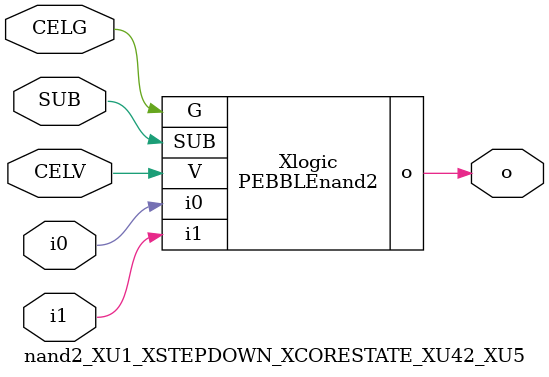
<source format=v>



module PEBBLEnand2 ( o, G, SUB, V, i0, i1 );

  input i0;
  input V;
  input i1;
  input G;
  output o;
  input SUB;
endmodule

//Celera Confidential Do Not Copy nand2_XU1_XSTEPDOWN_XCORESTATE_XU42_XU5
//Celera Confidential Symbol Generator
//5V NAND2
module nand2_XU1_XSTEPDOWN_XCORESTATE_XU42_XU5 (CELV,CELG,i0,i1,o,SUB);
input CELV;
input CELG;
input i0;
input i1;
input SUB;
output o;

//Celera Confidential Do Not Copy nand2
PEBBLEnand2 Xlogic(
.V (CELV),
.i0 (i0),
.i1 (i1),
.o (o),
.SUB (SUB),
.G (CELG)
);
//,diesize,PEBBLEnand2

//Celera Confidential Do Not Copy Module End
//Celera Schematic Generator
endmodule

</source>
